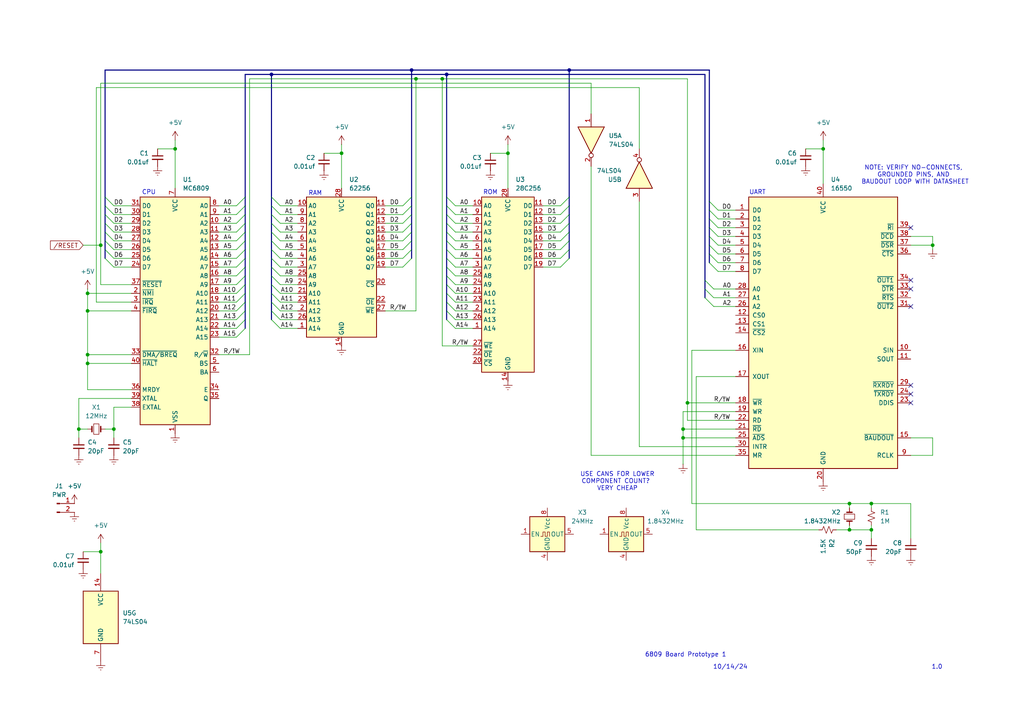
<source format=kicad_sch>
(kicad_sch (version 20231120) (generator "eeschema") (generator_version "8.0")
  (paper "A4")
  (lib_symbols
    (symbol "74xx:74LS04"
      (property "Reference" "U" (at 0 1.27 0))
      (property "Value" "74LS04" (at 0 -1.27 0))
      (symbol "74LS04_1_0"
        (pin input line (at -7.62 0 0) (length 3.81) (name "~") (number "1"))
        (pin output inverted (at 7.62 0 180) (length 3.81) (name "~") (number "2"))
      )
      (symbol "74LS04_2_0"
        (pin input line (at -7.62 0 0) (length 3.81) (name "~") (number "3"))
        (pin output inverted (at 7.62 0 180) (length 3.81) (name "~") (number "4"))
      )
      (symbol "74LS04_3_0"
        (pin input line (at -7.62 0 0) (length 3.81) (name "~") (number "5"))
        (pin output inverted (at 7.62 0 180) (length 3.81) (name "~") (number "6"))
      )
      (symbol "74LS04_4_0"
        (pin output inverted (at 7.62 0 180) (length 3.81) (name "~") (number "8"))
        (pin input line (at -7.62 0 0) (length 3.81) (name "~") (number "9"))
      )
      (symbol "74LS04_5_0"
        (pin output inverted (at 7.62 0 180) (length 3.81) (name "~") (number "10"))
        (pin input line (at -7.62 0 0) (length 3.81) (name "~") (number "11"))
      )
      (symbol "74LS04_6_0"
        (pin output inverted (at 7.62 0 180) (length 3.81) (name "~") (number "12"))
        (pin input line (at -7.62 0 0) (length 3.81) (name "~") (number "13"))
      )
      (symbol "74LS04_7_0"
        (pin power_in line (at 0 12.7 270) (length 5.08) (name "VCC") (number "14"))
        (pin power_in line (at 0 -12.7 90) (length 5.08) (name "GND") (number "7"))
      )
    )
    (symbol "CPU_NXP_6800:MC6809"
      (property "Reference" "U" (at -7.62 34.29 0))
      (property "Value" "MC6809" (at 10.16 34.29 0))
      (symbol "MC6809_1_1"
        (pin power_in line (at 0 -35.56 90) (length 2.54) (name "VSS") (number "1"))
        (pin output line (at 12.7 25.4 180) (length 2.54) (name "A2") (number "10"))
        (pin output line (at 12.7 22.86 180) (length 2.54) (name "A3") (number "11"))
        (pin output line (at 12.7 20.32 180) (length 2.54) (name "A4") (number "12"))
        (pin output line (at 12.7 17.78 180) (length 2.54) (name "A5") (number "13"))
        (pin output line (at 12.7 15.24 180) (length 2.54) (name "A6") (number "14"))
        (pin output line (at 12.7 12.7 180) (length 2.54) (name "A7") (number "15"))
        (pin output line (at 12.7 10.16 180) (length 2.54) (name "A8") (number "16"))
        (pin output line (at 12.7 7.62 180) (length 2.54) (name "A9") (number "17"))
        (pin output line (at 12.7 5.08 180) (length 2.54) (name "A10") (number "18"))
        (pin output line (at 12.7 2.54 180) (length 2.54) (name "A11") (number "19"))
        (pin input line (at -12.7 5.08 0) (length 2.54) (name "~{NMI}") (number "2"))
        (pin output line (at 12.7 0 180) (length 2.54) (name "A12") (number "20"))
        (pin output line (at 12.7 -2.54 180) (length 2.54) (name "A13") (number "21"))
        (pin output line (at 12.7 -5.08 180) (length 2.54) (name "A14") (number "22"))
        (pin output line (at 12.7 -7.62 180) (length 2.54) (name "A15") (number "23"))
        (pin bidirectional line (at -12.7 12.7 0) (length 2.54) (name "D7") (number "24"))
        (pin bidirectional line (at -12.7 15.24 0) (length 2.54) (name "D6") (number "25"))
        (pin bidirectional line (at -12.7 17.78 0) (length 2.54) (name "D5") (number "26"))
        (pin bidirectional line (at -12.7 20.32 0) (length 2.54) (name "D4") (number "27"))
        (pin bidirectional line (at -12.7 22.86 0) (length 2.54) (name "D3") (number "28"))
        (pin bidirectional line (at -12.7 25.4 0) (length 2.54) (name "D2") (number "29"))
        (pin input line (at -12.7 2.54 0) (length 2.54) (name "~{IRQ}") (number "3"))
        (pin bidirectional line (at -12.7 27.94 0) (length 2.54) (name "D1") (number "30"))
        (pin bidirectional line (at -12.7 30.48 0) (length 2.54) (name "D0") (number "31"))
        (pin output line (at 12.7 -12.7 180) (length 2.54) (name "R/~{W}") (number "32"))
        (pin input line (at -12.7 -12.7 0) (length 2.54) (name "~{DMA/BREQ}") (number "33"))
        (pin output line (at 12.7 -22.86 180) (length 2.54) (name "E") (number "34"))
        (pin output line (at 12.7 -25.4 180) (length 2.54) (name "Q") (number "35"))
        (pin input line (at -12.7 -22.86 0) (length 2.54) (name "MRDY") (number "36"))
        (pin input line (at -12.7 7.62 0) (length 2.54) (name "~{RESET}") (number "37"))
        (pin input line (at -12.7 -27.94 0) (length 2.54) (name "EXTAL") (number "38"))
        (pin input line (at -12.7 -25.4 0) (length 2.54) (name "XTAL") (number "39"))
        (pin input line (at -12.7 0 0) (length 2.54) (name "~{FIRQ}") (number "4"))
        (pin input line (at -12.7 -15.24 0) (length 2.54) (name "~{HALT}") (number "40"))
        (pin output line (at 12.7 -15.24 180) (length 2.54) (name "BS") (number "5"))
        (pin output line (at 12.7 -17.78 180) (length 2.54) (name "BA") (number "6"))
        (pin power_in line (at 0 35.56 270) (length 2.54) (name "VCC") (number "7"))
        (pin output line (at 12.7 30.48 180) (length 2.54) (name "A0") (number "8"))
        (pin output line (at 12.7 27.94 180) (length 2.54) (name "A1") (number "9"))
      )
    )
    (symbol "Connector:Conn_01x02_Pin" (pin_names (offset 1.016) hide)
      (property "Reference" "J" (at 0 2.54 0))
      (property "Value" "Conn_01x02_Pin" (at 0 -5.08 0))
      (symbol "Conn_01x02_Pin_1_1"
        (pin passive line (at 5.08 0 180) (length 3.81) (name "Pin_1") (number "1"))
        (pin passive line (at 5.08 -2.54 180) (length 3.81) (name "Pin_2") (number "2"))
      )
    )
    (symbol "Device:C_Small" (pin_numbers hide) (pin_names (offset 0.254) hide)
      (property "Reference" "C" (at 0.254 1.778 0))
      (property "Value" "C_Small" (at 0.254 -2.032 0))
      (symbol "C_Small_1_1"
        (pin passive line (at 0 2.54 270) (length 2.032) (name "~") (number "1"))
        (pin passive line (at 0 -2.54 90) (length 2.032) (name "~") (number "2"))
      )
    )
    (symbol "Device:Crystal_Small" (pin_numbers hide) (pin_names (offset 1.016) hide)
      (property "Reference" "Y" (at 0 2.54 0))
      (property "Value" "Crystal_Small" (at 0 -2.54 0))
      (symbol "Crystal_Small_1_1"
        (pin passive line (at -2.54 0 0) (length 1.27) (name "1") (number "1"))
        (pin passive line (at 2.54 0 180) (length 1.27) (name "2") (number "2"))
      )
    )
    (symbol "Device:R_Small_US" (pin_numbers hide) (pin_names (offset 0.254) hide)
      (property "Reference" "R" (at 0.762 0.508 0))
      (property "Value" "R_Small_US" (at 0.762 -1.016 0))
      (symbol "R_Small_US_1_1"
        (pin passive line (at 0 2.54 270) (length 1.016) (name "~") (number "1"))
        (pin passive line (at 0 -2.54 90) (length 1.016) (name "~") (number "2"))
      )
    )
    (symbol "Interface_UART:16550" (pin_names (offset 1.016))
      (property "Reference" "U" (at -21.59 40.64 0))
      (property "Value" "16550" (at 15.24 40.64 0))
      (symbol "16550_1_1"
        (pin bidirectional line (at -25.4 35.56 0) (length 3.81) (name "D0") (number "1"))
        (pin input line (at 25.4 -5.08 180) (length 3.81) (name "SIN") (number "10"))
        (pin output line (at 25.4 -7.62 180) (length 3.81) (name "SOUT") (number "11"))
        (pin input line (at -25.4 5.08 0) (length 3.81) (name "CS0") (number "12"))
        (pin input line (at -25.4 2.54 0) (length 3.81) (name "CS1") (number "13"))
        (pin input line (at -25.4 0 0) (length 3.81) (name "~{CS2}") (number "14"))
        (pin output line (at 25.4 -30.48 180) (length 3.81) (name "~{BAUDOUT}") (number "15"))
        (pin input line (at -25.4 -5.08 0) (length 3.81) (name "XIN") (number "16"))
        (pin output line (at -25.4 -12.7 0) (length 3.81) (name "XOUT") (number "17"))
        (pin input line (at -25.4 -20.32 0) (length 3.81) (name "~{WR}") (number "18"))
        (pin input line (at -25.4 -22.86 0) (length 3.81) (name "WR") (number "19"))
        (pin bidirectional line (at -25.4 33.02 0) (length 3.81) (name "D1") (number "2"))
        (pin power_in line (at 0 -43.18 90) (length 3.81) (name "GND") (number "20"))
        (pin input line (at -25.4 -27.94 0) (length 3.81) (name "~{RD}") (number "21"))
        (pin input line (at -25.4 -25.4 0) (length 3.81) (name "RD") (number "22"))
        (pin output line (at 25.4 -20.32 180) (length 3.81) (name "DDIS") (number "23"))
        (pin output line (at 25.4 -17.78 180) (length 3.81) (name "~{TXRDY}") (number "24"))
        (pin input line (at -25.4 -30.48 0) (length 3.81) (name "~{ADS}") (number "25"))
        (pin input line (at -25.4 7.62 0) (length 3.81) (name "A2") (number "26"))
        (pin input line (at -25.4 10.16 0) (length 3.81) (name "A1") (number "27"))
        (pin input line (at -25.4 12.7 0) (length 3.81) (name "A0") (number "28"))
        (pin output line (at 25.4 -15.24 180) (length 3.81) (name "~{RXRDY}") (number "29"))
        (pin bidirectional line (at -25.4 30.48 0) (length 3.81) (name "D2") (number "3"))
        (pin output line (at -25.4 -33.02 0) (length 3.81) (name "INTR") (number "30"))
        (pin output line (at 25.4 7.62 180) (length 3.81) (name "~{OUT2}") (number "31"))
        (pin output line (at 25.4 10.16 180) (length 3.81) (name "~{RTS}") (number "32"))
        (pin output line (at 25.4 12.7 180) (length 3.81) (name "~{DTR}") (number "33"))
        (pin output line (at 25.4 15.24 180) (length 3.81) (name "~{OUT1}") (number "34"))
        (pin input line (at -25.4 -35.56 0) (length 3.81) (name "MR") (number "35"))
        (pin input line (at 25.4 22.86 180) (length 3.81) (name "~{CTS}") (number "36"))
        (pin input line (at 25.4 25.4 180) (length 3.81) (name "~{DSR}") (number "37"))
        (pin input line (at 25.4 27.94 180) (length 3.81) (name "~{DCD}") (number "38"))
        (pin input line (at 25.4 30.48 180) (length 3.81) (name "~{RI}") (number "39"))
        (pin bidirectional line (at -25.4 27.94 0) (length 3.81) (name "D3") (number "4"))
        (pin power_in line (at 0 43.18 270) (length 3.81) (name "VCC") (number "40"))
        (pin bidirectional line (at -25.4 25.4 0) (length 3.81) (name "D4") (number "5"))
        (pin bidirectional line (at -25.4 22.86 0) (length 3.81) (name "D5") (number "6"))
        (pin bidirectional line (at -25.4 20.32 0) (length 3.81) (name "D6") (number "7"))
        (pin bidirectional line (at -25.4 17.78 0) (length 3.81) (name "D7") (number "8"))
        (pin input line (at 25.4 -35.56 180) (length 3.81) (name "RCLK") (number "9"))
      )
    )
    (symbol "Memory_EEPROM:28C256"
      (property "Reference" "U" (at -7.62 26.67 0))
      (property "Value" "28C256" (at 2.54 -26.67 0))
      (symbol "28C256_1_1"
        (pin input line (at -10.16 -12.7 0) (length 2.54) (name "A14") (number "1"))
        (pin input line (at -10.16 22.86 0) (length 2.54) (name "A0") (number "10"))
        (pin tri_state line (at 10.16 22.86 180) (length 2.54) (name "D0") (number "11"))
        (pin tri_state line (at 10.16 20.32 180) (length 2.54) (name "D1") (number "12"))
        (pin tri_state line (at 10.16 17.78 180) (length 2.54) (name "D2") (number "13"))
        (pin power_in line (at 0 -27.94 90) (length 2.54) (name "GND") (number "14"))
        (pin tri_state line (at 10.16 15.24 180) (length 2.54) (name "D3") (number "15"))
        (pin tri_state line (at 10.16 12.7 180) (length 2.54) (name "D4") (number "16"))
        (pin tri_state line (at 10.16 10.16 180) (length 2.54) (name "D5") (number "17"))
        (pin tri_state line (at 10.16 7.62 180) (length 2.54) (name "D6") (number "18"))
        (pin tri_state line (at 10.16 5.08 180) (length 2.54) (name "D7") (number "19"))
        (pin input line (at -10.16 -7.62 0) (length 2.54) (name "A12") (number "2"))
        (pin input line (at -10.16 -22.86 0) (length 2.54) (name "~{CS}") (number "20"))
        (pin input line (at -10.16 -2.54 0) (length 2.54) (name "A10") (number "21"))
        (pin input line (at -10.16 -20.32 0) (length 2.54) (name "~{OE}") (number "22"))
        (pin input line (at -10.16 -5.08 0) (length 2.54) (name "A11") (number "23"))
        (pin input line (at -10.16 0 0) (length 2.54) (name "A9") (number "24"))
        (pin input line (at -10.16 2.54 0) (length 2.54) (name "A8") (number "25"))
        (pin input line (at -10.16 -10.16 0) (length 2.54) (name "A13") (number "26"))
        (pin input line (at -10.16 -17.78 0) (length 2.54) (name "~{WE}") (number "27"))
        (pin power_in line (at 0 27.94 270) (length 2.54) (name "VCC") (number "28"))
        (pin input line (at -10.16 5.08 0) (length 2.54) (name "A7") (number "3"))
        (pin input line (at -10.16 7.62 0) (length 2.54) (name "A6") (number "4"))
        (pin input line (at -10.16 10.16 0) (length 2.54) (name "A5") (number "5"))
        (pin input line (at -10.16 12.7 0) (length 2.54) (name "A4") (number "6"))
        (pin input line (at -10.16 15.24 0) (length 2.54) (name "A3") (number "7"))
        (pin input line (at -10.16 17.78 0) (length 2.54) (name "A2") (number "8"))
        (pin input line (at -10.16 20.32 0) (length 2.54) (name "A1") (number "9"))
      )
    )
    (symbol "Memory_RAM:KM62256CLP"
      (property "Reference" "U" (at -10.16 20.955 0))
      (property "Value" "KM62256CLP" (at 2.54 20.955 0))
      (symbol "KM62256CLP_0_0"
        (pin power_in line (at 0 -22.86 90) (length 2.54) (name "GND") (number "14"))
        (pin power_in line (at 0 22.86 270) (length 2.54) (name "VCC") (number "28"))
      )
      (symbol "KM62256CLP_1_1"
        (pin input line (at -12.7 -17.78 0) (length 2.54) (name "A14") (number "1"))
        (pin input line (at -12.7 17.78 0) (length 2.54) (name "A0") (number "10"))
        (pin tri_state line (at 12.7 17.78 180) (length 2.54) (name "Q0") (number "11"))
        (pin tri_state line (at 12.7 15.24 180) (length 2.54) (name "Q1") (number "12"))
        (pin tri_state line (at 12.7 12.7 180) (length 2.54) (name "Q2") (number "13"))
        (pin tri_state line (at 12.7 10.16 180) (length 2.54) (name "Q3") (number "15"))
        (pin tri_state line (at 12.7 7.62 180) (length 2.54) (name "Q4") (number "16"))
        (pin tri_state line (at 12.7 5.08 180) (length 2.54) (name "Q5") (number "17"))
        (pin tri_state line (at 12.7 2.54 180) (length 2.54) (name "Q6") (number "18"))
        (pin tri_state line (at 12.7 0 180) (length 2.54) (name "Q7") (number "19"))
        (pin input line (at -12.7 -12.7 0) (length 2.54) (name "A12") (number "2"))
        (pin input line (at 12.7 -5.08 180) (length 2.54) (name "~{CS}") (number "20"))
        (pin input line (at -12.7 -7.62 0) (length 2.54) (name "A10") (number "21"))
        (pin input line (at 12.7 -10.16 180) (length 2.54) (name "~{OE}") (number "22"))
        (pin input line (at -12.7 -10.16 0) (length 2.54) (name "A11") (number "23"))
        (pin input line (at -12.7 -5.08 0) (length 2.54) (name "A9") (number "24"))
        (pin input line (at -12.7 -2.54 0) (length 2.54) (name "A8") (number "25"))
        (pin input line (at -12.7 -15.24 0) (length 2.54) (name "A13") (number "26"))
        (pin input line (at 12.7 -12.7 180) (length 2.54) (name "~{WE}") (number "27"))
        (pin input line (at -12.7 0 0) (length 2.54) (name "A7") (number "3"))
        (pin input line (at -12.7 2.54 0) (length 2.54) (name "A6") (number "4"))
        (pin input line (at -12.7 5.08 0) (length 2.54) (name "A5") (number "5"))
        (pin input line (at -12.7 7.62 0) (length 2.54) (name "A4") (number "6"))
        (pin input line (at -12.7 10.16 0) (length 2.54) (name "A3") (number "7"))
        (pin input line (at -12.7 12.7 0) (length 2.54) (name "A2") (number "8"))
        (pin input line (at -12.7 15.24 0) (length 2.54) (name "A1") (number "9"))
      )
    )
    (symbol "Oscillator:CXO_DIP8" (pin_names (offset 0.254))
      (property "Reference" "X" (at -5.08 6.35 0))
      (property "Value" "CXO_DIP8" (at 1.27 -6.35 0))
      (symbol "CXO_DIP8_1_1"
        (pin input line (at -7.62 0 0) (length 2.54) (name "EN") (number "1"))
        (pin power_in line (at 0 -7.62 90) (length 2.54) (name "GND") (number "4"))
        (pin output line (at 7.62 0 180) (length 2.54) (name "OUT") (number "5"))
        (pin power_in line (at 0 7.62 270) (length 2.54) (name "Vcc") (number "8"))
      )
    )
    (symbol "power:+5V" (power) (pin_numbers hide) (pin_names (offset 0) hide)
      (property "Value" "+5V" (at 0 3.556 0))
      (symbol "+5V_1_1"
        (pin power_in line (at 0 0 90) (length 0) (name "~") (number "1"))
      )
    )
    (symbol "power:GNDREF" (power) (pin_numbers hide) (pin_names (offset 0) hide)
      (property "Value" "GNDREF" (at 0 -3.81 0))
      (symbol "GNDREF_1_1"
        (pin power_in line (at 0 0 270) (length 0) (name "~") (number "1"))
      )
    )
  )
  (junction (at 147.32 44.45))
  (junction (at 78.74 21.59))
  (junction (at 99.06 44.45))
  (junction (at 25.4 105.41))
  (junction (at 25.4 90.17))
  (junction (at 252.73 146.05))
  (junction (at 25.4 102.87))
  (junction (at 238.76 43.18))
  (junction (at 120.65 22.86))
  (junction (at 33.02 124.46))
  (junction (at 199.39 116.84))
  (junction (at 246.38 153.67))
  (junction (at 128.27 22.86))
  (junction (at 129.54 21.59))
  (junction (at 22.86 124.46))
  (junction (at 165.1 20.32))
  (junction (at 198.12 127))
  (junction (at 29.21 71.12))
  (junction (at 50.8 43.18))
  (junction (at 119.38 20.32))
  (junction (at 246.38 146.05))
  (junction (at 270.51 71.12))
  (junction (at 29.21 160.02))
  (junction (at 252.73 153.67))
  (junction (at 25.4 85.09))
  (junction (at 198.12 124.46))
  (no_connect (at 264.16 88.9))
  (no_connect (at 264.16 83.82))
  (no_connect (at 264.16 111.76))
  (no_connect (at 264.16 66.04))
  (no_connect (at 264.16 81.28))
  (no_connect (at 264.16 116.84))
  (no_connect (at 264.16 114.3))
  (bus_entry (at 71.12 87.63) (size -2.54 2.54))
  (bus_entry (at 204.47 81.28) (size 2.54 2.54))
  (bus_entry (at 205.74 60.96) (size 2.54 2.54))
  (bus_entry (at 165.1 69.85) (size -2.54 2.54))
  (bus_entry (at 205.74 68.58) (size 2.54 2.54))
  (bus_entry (at 71.12 74.93) (size -2.54 2.54))
  (bus_entry (at 78.74 57.15) (size 2.54 2.54))
  (bus_entry (at 71.12 77.47) (size -2.54 2.54))
  (bus_entry (at 129.54 57.15) (size 2.54 2.54))
  (bus_entry (at 71.12 72.39) (size -2.54 2.54))
  (bus_entry (at 205.74 73.66) (size 2.54 2.54))
  (bus_entry (at 30.48 59.69) (size 2.54 2.54))
  (bus_entry (at 78.74 62.23) (size 2.54 2.54))
  (bus_entry (at 71.12 82.55) (size -2.54 2.54))
  (bus_entry (at 129.54 74.93) (size 2.54 2.54))
  (bus_entry (at 205.74 66.04) (size 2.54 2.54))
  (bus_entry (at 119.38 69.85) (size -2.54 2.54))
  (bus_entry (at 30.48 74.93) (size 2.54 2.54))
  (bus_entry (at 165.1 59.69) (size -2.54 2.54))
  (bus_entry (at 71.12 67.31) (size -2.54 2.54))
  (bus_entry (at 30.48 69.85) (size 2.54 2.54))
  (bus_entry (at 71.12 92.71) (size -2.54 2.54))
  (bus_entry (at 119.38 62.23) (size -2.54 2.54))
  (bus_entry (at 78.74 77.47) (size 2.54 2.54))
  (bus_entry (at 129.54 80.01) (size 2.54 2.54))
  (bus_entry (at 129.54 59.69) (size 2.54 2.54))
  (bus_entry (at 78.74 80.01) (size 2.54 2.54))
  (bus_entry (at 205.74 71.12) (size 2.54 2.54))
  (bus_entry (at 205.74 76.2) (size 2.54 2.54))
  (bus_entry (at 78.74 59.69) (size 2.54 2.54))
  (bus_entry (at 204.47 86.36) (size 2.54 2.54))
  (bus_entry (at 78.74 72.39) (size 2.54 2.54))
  (bus_entry (at 30.48 67.31) (size 2.54 2.54))
  (bus_entry (at 165.1 62.23) (size -2.54 2.54))
  (bus_entry (at 129.54 92.71) (size 2.54 2.54))
  (bus_entry (at 129.54 87.63) (size 2.54 2.54))
  (bus_entry (at 71.12 59.69) (size -2.54 2.54))
  (bus_entry (at 78.74 90.17) (size 2.54 2.54))
  (bus_entry (at 205.74 63.5) (size 2.54 2.54))
  (bus_entry (at 119.38 72.39) (size -2.54 2.54))
  (bus_entry (at 165.1 57.15) (size -2.54 2.54))
  (bus_entry (at 165.1 74.93) (size -2.54 2.54))
  (bus_entry (at 78.74 64.77) (size 2.54 2.54))
  (bus_entry (at 165.1 64.77) (size -2.54 2.54))
  (bus_entry (at 129.54 67.31) (size 2.54 2.54))
  (bus_entry (at 119.38 57.15) (size -2.54 2.54))
  (bus_entry (at 205.74 58.42) (size 2.54 2.54))
  (bus_entry (at 78.74 87.63) (size 2.54 2.54))
  (bus_entry (at 71.12 90.17) (size -2.54 2.54))
  (bus_entry (at 129.54 82.55) (size 2.54 2.54))
  (bus_entry (at 129.54 64.77) (size 2.54 2.54))
  (bus_entry (at 129.54 62.23) (size 2.54 2.54))
  (bus_entry (at 119.38 74.93) (size -2.54 2.54))
  (bus_entry (at 78.74 67.31) (size 2.54 2.54))
  (bus_entry (at 71.12 69.85) (size -2.54 2.54))
  (bus_entry (at 71.12 80.01) (size -2.54 2.54))
  (bus_entry (at 71.12 64.77) (size -2.54 2.54))
  (bus_entry (at 129.54 69.85) (size 2.54 2.54))
  (bus_entry (at 129.54 90.17) (size 2.54 2.54))
  (bus_entry (at 71.12 62.23) (size -2.54 2.54))
  (bus_entry (at 129.54 77.47) (size 2.54 2.54))
  (bus_entry (at 30.48 62.23) (size 2.54 2.54))
  (bus_entry (at 71.12 57.15) (size -2.54 2.54))
  (bus_entry (at 30.48 64.77) (size 2.54 2.54))
  (bus_entry (at 165.1 67.31) (size -2.54 2.54))
  (bus_entry (at 204.47 83.82) (size 2.54 2.54))
  (bus_entry (at 30.48 72.39) (size 2.54 2.54))
  (bus_entry (at 119.38 64.77) (size -2.54 2.54))
  (bus_entry (at 119.38 67.31) (size -2.54 2.54))
  (bus_entry (at 78.74 85.09) (size 2.54 2.54))
  (bus_entry (at 129.54 72.39) (size 2.54 2.54))
  (bus_entry (at 129.54 85.09) (size 2.54 2.54))
  (bus_entry (at 78.74 69.85) (size 2.54 2.54))
  (bus_entry (at 30.48 57.15) (size 2.54 2.54))
  (bus_entry (at 78.74 82.55) (size 2.54 2.54))
  (bus_entry (at 165.1 72.39) (size -2.54 2.54))
  (bus_entry (at 78.74 74.93) (size 2.54 2.54))
  (bus_entry (at 119.38 59.69) (size -2.54 2.54))
  (bus_entry (at 71.12 85.09) (size -2.54 2.54))
  (bus_entry (at 71.12 95.25) (size -2.54 2.54))
  (bus_entry (at 78.74 92.71) (size 2.54 2.54))
  (bus (pts (xy 71.12 82.55) (xy 71.12 85.09)))
  (wire (pts (xy 33.02 77.47) (xy 38.1 77.47)))
  (bus (pts (xy 78.74 74.93) (xy 78.74 77.47)))
  (bus (pts (xy 119.38 20.32) (xy 165.1 20.32)))
  (wire (pts (xy 198.12 127) (xy 198.12 134.62)))
  (wire (pts (xy 25.4 90.17) (xy 38.1 90.17)))
  (wire (pts (xy 185.42 58.42) (xy 185.42 129.54)))
  (wire (pts (xy 132.08 67.31) (xy 137.16 67.31)))
  (wire (pts (xy 63.5 102.87) (xy 72.39 102.87)))
  (wire (pts (xy 81.28 85.09) (xy 86.36 85.09)))
  (wire (pts (xy 33.02 64.77) (xy 38.1 64.77)))
  (wire (pts (xy 68.58 74.93) (xy 63.5 74.93)))
  (bus (pts (xy 205.74 71.12) (xy 205.74 73.66)))
  (bus (pts (xy 204.47 81.28) (xy 204.47 83.82)))
  (bus (pts (xy 165.1 69.85) (xy 165.1 72.39)))
  (wire (pts (xy 252.73 152.4) (xy 252.73 153.67)))
  (wire (pts (xy 198.12 124.46) (xy 198.12 127)))
  (bus (pts (xy 71.12 59.69) (xy 71.12 62.23)))
  (wire (pts (xy 238.76 43.18) (xy 238.76 40.64)))
  (wire (pts (xy 30.48 124.46) (xy 33.02 124.46)))
  (wire (pts (xy 208.28 78.74) (xy 213.36 78.74)))
  (wire (pts (xy 132.08 80.01) (xy 137.16 80.01)))
  (wire (pts (xy 198.12 119.38) (xy 213.36 119.38)))
  (wire (pts (xy 185.42 129.54) (xy 213.36 129.54)))
  (wire (pts (xy 99.06 44.45) (xy 99.06 54.61)))
  (wire (pts (xy 246.38 146.05) (xy 246.38 147.32)))
  (wire (pts (xy 116.84 69.85) (xy 111.76 69.85)))
  (wire (pts (xy 25.4 83.82) (xy 25.4 85.09)))
  (wire (pts (xy 81.28 95.25) (xy 86.36 95.25)))
  (wire (pts (xy 132.08 64.77) (xy 137.16 64.77)))
  (wire (pts (xy 68.58 82.55) (xy 63.5 82.55)))
  (bus (pts (xy 78.74 82.55) (xy 78.74 85.09)))
  (wire (pts (xy 24.13 160.02) (xy 29.21 160.02)))
  (wire (pts (xy 252.73 146.05) (xy 252.73 147.32)))
  (wire (pts (xy 33.02 124.46) (xy 33.02 127)))
  (wire (pts (xy 50.8 43.18) (xy 50.8 40.64)))
  (bus (pts (xy 71.12 90.17) (xy 71.12 92.71)))
  (bus (pts (xy 78.74 21.59) (xy 78.74 57.15)))
  (wire (pts (xy 162.56 72.39) (xy 157.48 72.39)))
  (wire (pts (xy 201.93 153.67) (xy 237.49 153.67)))
  (wire (pts (xy 29.21 82.55) (xy 38.1 82.55)))
  (wire (pts (xy 33.02 124.46) (xy 33.02 118.11)))
  (wire (pts (xy 111.76 90.17) (xy 120.65 90.17)))
  (wire (pts (xy 132.08 77.47) (xy 137.16 77.47)))
  (bus (pts (xy 71.12 67.31) (xy 71.12 69.85)))
  (wire (pts (xy 116.84 64.77) (xy 111.76 64.77)))
  (wire (pts (xy 29.21 24.13) (xy 29.21 71.12)))
  (wire (pts (xy 68.58 97.79) (xy 63.5 97.79)))
  (wire (pts (xy 233.68 43.18) (xy 238.76 43.18)))
  (wire (pts (xy 208.28 73.66) (xy 213.36 73.66)))
  (bus (pts (xy 129.54 72.39) (xy 129.54 74.93)))
  (wire (pts (xy 33.02 59.69) (xy 38.1 59.69)))
  (wire (pts (xy 99.06 44.45) (xy 99.06 41.91)))
  (bus (pts (xy 205.74 58.42) (xy 205.74 60.96)))
  (wire (pts (xy 22.86 115.57) (xy 22.86 124.46)))
  (bus (pts (xy 165.1 62.23) (xy 165.1 64.77)))
  (wire (pts (xy 171.45 48.26) (xy 171.45 132.08)))
  (wire (pts (xy 81.28 90.17) (xy 86.36 90.17)))
  (bus (pts (xy 165.1 67.31) (xy 165.1 69.85)))
  (bus (pts (xy 119.38 69.85) (xy 119.38 72.39)))
  (bus (pts (xy 78.74 57.15) (xy 78.74 59.69)))
  (wire (pts (xy 132.08 82.55) (xy 137.16 82.55)))
  (wire (pts (xy 81.28 62.23) (xy 86.36 62.23)))
  (wire (pts (xy 208.28 71.12) (xy 213.36 71.12)))
  (wire (pts (xy 198.12 119.38) (xy 198.12 124.46)))
  (wire (pts (xy 38.1 115.57) (xy 22.86 115.57)))
  (wire (pts (xy 208.28 68.58) (xy 213.36 68.58)))
  (bus (pts (xy 129.54 85.09) (xy 129.54 87.63)))
  (wire (pts (xy 199.39 22.86) (xy 199.39 116.84)))
  (wire (pts (xy 213.36 116.84) (xy 199.39 116.84)))
  (bus (pts (xy 71.12 87.63) (xy 71.12 90.17)))
  (wire (pts (xy 38.1 113.03) (xy 25.4 113.03)))
  (wire (pts (xy 33.02 74.93) (xy 38.1 74.93)))
  (wire (pts (xy 25.4 105.41) (xy 38.1 105.41)))
  (wire (pts (xy 185.42 25.4) (xy 185.42 43.18)))
  (wire (pts (xy 72.39 22.86) (xy 72.39 102.87)))
  (bus (pts (xy 205.74 20.32) (xy 165.1 20.32)))
  (wire (pts (xy 162.56 74.93) (xy 157.48 74.93)))
  (bus (pts (xy 129.54 64.77) (xy 129.54 67.31)))
  (wire (pts (xy 208.28 63.5) (xy 213.36 63.5)))
  (wire (pts (xy 270.51 72.39) (xy 270.51 71.12)))
  (wire (pts (xy 50.8 54.61) (xy 50.8 43.18)))
  (bus (pts (xy 71.12 72.39) (xy 71.12 74.93)))
  (bus (pts (xy 30.48 69.85) (xy 30.48 72.39)))
  (wire (pts (xy 72.39 22.86) (xy 120.65 22.86)))
  (wire (pts (xy 171.45 132.08) (xy 213.36 132.08)))
  (bus (pts (xy 205.74 73.66) (xy 205.74 76.2)))
  (wire (pts (xy 68.58 92.71) (xy 63.5 92.71)))
  (wire (pts (xy 81.28 64.77) (xy 86.36 64.77)))
  (bus (pts (xy 165.1 57.15) (xy 165.1 59.69)))
  (bus (pts (xy 78.74 72.39) (xy 78.74 74.93)))
  (bus (pts (xy 71.12 74.93) (xy 71.12 77.47)))
  (wire (pts (xy 270.51 68.58) (xy 270.51 71.12)))
  (wire (pts (xy 68.58 85.09) (xy 63.5 85.09)))
  (wire (pts (xy 208.28 76.2) (xy 213.36 76.2)))
  (wire (pts (xy 24.13 71.12) (xy 29.21 71.12)))
  (bus (pts (xy 78.74 62.23) (xy 78.74 64.77)))
  (wire (pts (xy 29.21 160.02) (xy 29.21 157.48)))
  (wire (pts (xy 207.01 86.36) (xy 213.36 86.36)))
  (wire (pts (xy 200.66 146.05) (xy 246.38 146.05)))
  (bus (pts (xy 78.74 80.01) (xy 78.74 82.55)))
  (wire (pts (xy 199.39 116.84) (xy 199.39 121.92)))
  (wire (pts (xy 147.32 44.45) (xy 147.32 41.91)))
  (wire (pts (xy 81.28 69.85) (xy 86.36 69.85)))
  (wire (pts (xy 128.27 100.33) (xy 128.27 22.86)))
  (wire (pts (xy 132.08 62.23) (xy 137.16 62.23)))
  (bus (pts (xy 78.74 85.09) (xy 78.74 87.63)))
  (wire (pts (xy 162.56 62.23) (xy 157.48 62.23)))
  (wire (pts (xy 199.39 121.92) (xy 213.36 121.92)))
  (wire (pts (xy 207.01 88.9) (xy 213.36 88.9)))
  (bus (pts (xy 30.48 72.39) (xy 30.48 74.93)))
  (wire (pts (xy 68.58 77.47) (xy 63.5 77.47)))
  (bus (pts (xy 119.38 67.31) (xy 119.38 69.85)))
  (wire (pts (xy 208.28 66.04) (xy 213.36 66.04)))
  (wire (pts (xy 68.58 62.23) (xy 63.5 62.23)))
  (bus (pts (xy 78.74 69.85) (xy 78.74 72.39)))
  (wire (pts (xy 270.51 127) (xy 270.51 132.08)))
  (wire (pts (xy 132.08 59.69) (xy 137.16 59.69)))
  (bus (pts (xy 30.48 20.32) (xy 30.48 57.15)))
  (bus (pts (xy 129.54 69.85) (xy 129.54 72.39)))
  (wire (pts (xy 81.28 82.55) (xy 86.36 82.55)))
  (wire (pts (xy 81.28 80.01) (xy 86.36 80.01)))
  (bus (pts (xy 78.74 77.47) (xy 78.74 80.01)))
  (wire (pts (xy 128.27 22.86) (xy 120.65 22.86)))
  (wire (pts (xy 22.86 124.46) (xy 25.4 124.46)))
  (wire (pts (xy 246.38 152.4) (xy 246.38 153.67)))
  (bus (pts (xy 204.47 21.59) (xy 204.47 81.28)))
  (bus (pts (xy 205.74 63.5) (xy 205.74 66.04)))
  (wire (pts (xy 116.84 67.31) (xy 111.76 67.31)))
  (wire (pts (xy 162.56 64.77) (xy 157.48 64.77)))
  (wire (pts (xy 132.08 92.71) (xy 137.16 92.71)))
  (wire (pts (xy 116.84 72.39) (xy 111.76 72.39)))
  (wire (pts (xy 200.66 101.6) (xy 200.66 146.05)))
  (wire (pts (xy 147.32 44.45) (xy 147.32 54.61)))
  (wire (pts (xy 238.76 43.18) (xy 238.76 53.34)))
  (wire (pts (xy 132.08 72.39) (xy 137.16 72.39)))
  (bus (pts (xy 78.74 87.63) (xy 78.74 90.17)))
  (bus (pts (xy 119.38 62.23) (xy 119.38 64.77)))
  (wire (pts (xy 25.4 85.09) (xy 38.1 85.09)))
  (wire (pts (xy 29.21 24.13) (xy 171.45 24.13)))
  (bus (pts (xy 71.12 64.77) (xy 71.12 67.31)))
  (bus (pts (xy 205.74 60.96) (xy 205.74 63.5)))
  (bus (pts (xy 129.54 59.69) (xy 129.54 62.23)))
  (bus (pts (xy 119.38 64.77) (xy 119.38 67.31)))
  (bus (pts (xy 78.74 64.77) (xy 78.74 67.31)))
  (bus (pts (xy 119.38 57.15) (xy 119.38 59.69)))
  (wire (pts (xy 242.57 153.67) (xy 246.38 153.67)))
  (bus (pts (xy 78.74 67.31) (xy 78.74 69.85)))
  (wire (pts (xy 132.08 69.85) (xy 137.16 69.85)))
  (bus (pts (xy 165.1 64.77) (xy 165.1 67.31)))
  (wire (pts (xy 45.72 43.18) (xy 50.8 43.18)))
  (wire (pts (xy 162.56 67.31) (xy 157.48 67.31)))
  (wire (pts (xy 201.93 109.22) (xy 213.36 109.22)))
  (bus (pts (xy 205.74 20.32) (xy 205.74 58.42)))
  (bus (pts (xy 71.12 62.23) (xy 71.12 64.77)))
  (wire (pts (xy 132.08 87.63) (xy 137.16 87.63)))
  (bus (pts (xy 165.1 72.39) (xy 165.1 74.93)))
  (wire (pts (xy 81.28 59.69) (xy 86.36 59.69)))
  (bus (pts (xy 78.74 59.69) (xy 78.74 62.23)))
  (bus (pts (xy 204.47 83.82) (xy 204.47 86.36)))
  (bus (pts (xy 71.12 80.01) (xy 71.12 82.55)))
  (wire (pts (xy 33.02 62.23) (xy 38.1 62.23)))
  (wire (pts (xy 81.28 87.63) (xy 86.36 87.63)))
  (wire (pts (xy 81.28 67.31) (xy 86.36 67.31)))
  (bus (pts (xy 129.54 77.47) (xy 129.54 80.01)))
  (bus (pts (xy 165.1 59.69) (xy 165.1 62.23)))
  (bus (pts (xy 129.54 90.17) (xy 129.54 92.71)))
  (wire (pts (xy 207.01 83.82) (xy 213.36 83.82)))
  (wire (pts (xy 25.4 102.87) (xy 25.4 90.17)))
  (bus (pts (xy 119.38 20.32) (xy 119.38 57.15)))
  (wire (pts (xy 22.86 124.46) (xy 22.86 127)))
  (wire (pts (xy 116.84 62.23) (xy 111.76 62.23)))
  (bus (pts (xy 30.48 62.23) (xy 30.48 64.77)))
  (wire (pts (xy 198.12 127) (xy 213.36 127)))
  (wire (pts (xy 116.84 77.47) (xy 111.76 77.47)))
  (wire (pts (xy 25.4 105.41) (xy 25.4 102.87)))
  (bus (pts (xy 129.54 80.01) (xy 129.54 82.55)))
  (bus (pts (xy 129.54 67.31) (xy 129.54 69.85)))
  (wire (pts (xy 81.28 74.93) (xy 86.36 74.93)))
  (wire (pts (xy 81.28 92.71) (xy 86.36 92.71)))
  (bus (pts (xy 129.54 82.55) (xy 129.54 85.09)))
  (wire (pts (xy 68.58 72.39) (xy 63.5 72.39)))
  (wire (pts (xy 120.65 22.86) (xy 120.65 90.17)))
  (bus (pts (xy 119.38 72.39) (xy 119.38 74.93)))
  (wire (pts (xy 200.66 101.6) (xy 213.36 101.6)))
  (wire (pts (xy 25.4 85.09) (xy 25.4 90.17)))
  (wire (pts (xy 68.58 87.63) (xy 63.5 87.63)))
  (wire (pts (xy 171.45 24.13) (xy 171.45 33.02)))
  (wire (pts (xy 128.27 100.33) (xy 137.16 100.33)))
  (wire (pts (xy 213.36 60.96) (xy 208.28 60.96)))
  (wire (pts (xy 25.4 113.03) (xy 25.4 105.41)))
  (wire (pts (xy 111.76 59.69) (xy 116.84 59.69)))
  (wire (pts (xy 128.27 22.86) (xy 199.39 22.86)))
  (wire (pts (xy 81.28 72.39) (xy 86.36 72.39)))
  (wire (pts (xy 33.02 118.11) (xy 38.1 118.11)))
  (wire (pts (xy 252.73 156.21) (xy 252.73 153.67)))
  (bus (pts (xy 71.12 57.15) (xy 71.12 21.59)))
  (wire (pts (xy 142.24 44.45) (xy 147.32 44.45)))
  (bus (pts (xy 71.12 57.15) (xy 71.12 59.69)))
  (wire (pts (xy 116.84 74.93) (xy 111.76 74.93)))
  (bus (pts (xy 129.54 21.59) (xy 204.47 21.59)))
  (wire (pts (xy 132.08 95.25) (xy 137.16 95.25)))
  (wire (pts (xy 68.58 59.69) (xy 63.5 59.69)))
  (wire (pts (xy 132.08 85.09) (xy 137.16 85.09)))
  (bus (pts (xy 30.48 59.69) (xy 30.48 62.23)))
  (wire (pts (xy 33.02 67.31) (xy 38.1 67.31)))
  (wire (pts (xy 201.93 109.22) (xy 201.93 153.67)))
  (bus (pts (xy 78.74 21.59) (xy 129.54 21.59)))
  (wire (pts (xy 33.02 69.85) (xy 38.1 69.85)))
  (bus (pts (xy 30.48 20.32) (xy 119.38 20.32)))
  (wire (pts (xy 93.98 44.45) (xy 99.06 44.45)))
  (wire (pts (xy 162.56 69.85) (xy 157.48 69.85)))
  (bus (pts (xy 205.74 68.58) (xy 205.74 71.12)))
  (wire (pts (xy 68.58 69.85) (xy 63.5 69.85)))
  (bus (pts (xy 71.12 21.59) (xy 78.74 21.59)))
  (bus (pts (xy 71.12 92.71) (xy 71.12 95.25)))
  (wire (pts (xy 38.1 87.63) (xy 27.94 87.63)))
  (bus (pts (xy 78.74 90.17) (xy 78.74 92.71)))
  (bus (pts (xy 165.1 20.32) (xy 165.1 57.15)))
  (bus (pts (xy 129.54 57.15) (xy 129.54 59.69)))
  (wire (pts (xy 264.16 132.08) (xy 270.51 132.08)))
  (bus (pts (xy 71.12 69.85) (xy 71.12 72.39)))
  (wire (pts (xy 246.38 146.05) (xy 252.73 146.05)))
  (wire (pts (xy 162.56 59.69) (xy 157.48 59.69)))
  (wire (pts (xy 68.58 90.17) (xy 63.5 90.17)))
  (wire (pts (xy 198.12 124.46) (xy 213.36 124.46)))
  (wire (pts (xy 246.38 153.67) (xy 252.73 153.67)))
  (bus (pts (xy 119.38 59.69) (xy 119.38 62.23)))
  (bus (pts (xy 30.48 64.77) (xy 30.48 67.31)))
  (wire (pts (xy 33.02 72.39) (xy 38.1 72.39)))
  (bus (pts (xy 30.48 57.15) (xy 30.48 59.69)))
  (wire (pts (xy 132.08 90.17) (xy 137.16 90.17)))
  (bus (pts (xy 71.12 85.09) (xy 71.12 87.63)))
  (wire (pts (xy 27.94 25.4) (xy 185.42 25.4)))
  (wire (pts (xy 68.58 80.01) (xy 63.5 80.01)))
  (bus (pts (xy 205.74 66.04) (xy 205.74 68.58)))
  (wire (pts (xy 162.56 77.47) (xy 157.48 77.47)))
  (wire (pts (xy 81.28 77.47) (xy 86.36 77.47)))
  (wire (pts (xy 264.16 146.05) (xy 264.16 156.21)))
  (wire (pts (xy 68.58 95.25) (xy 63.5 95.25)))
  (wire (pts (xy 264.16 68.58) (xy 270.51 68.58)))
  (bus (pts (xy 129.54 87.63) (xy 129.54 90.17)))
  (bus (pts (xy 129.54 21.59) (xy 129.54 57.15)))
  (wire (pts (xy 29.21 71.12) (xy 29.21 82.55)))
  (wire (pts (xy 68.58 67.31) (xy 63.5 67.31)))
  (wire (pts (xy 264.16 127) (xy 270.51 127)))
  (wire (pts (xy 264.16 71.12) (xy 270.51 71.12)))
  (wire (pts (xy 68.58 64.77) (xy 63.5 64.77)))
  (wire (pts (xy 252.73 146.05) (xy 264.16 146.05)))
  (wire (pts (xy 27.94 87.63) (xy 27.94 25.4)))
  (bus (pts (xy 71.12 77.47) (xy 71.12 80.01)))
  (wire (pts (xy 29.21 160.02) (xy 29.21 166.37)))
  (bus (pts (xy 129.54 74.93) (xy 129.54 77.47)))
  (bus (pts (xy 129.54 62.23) (xy 129.54 64.77)))
  (bus (pts (xy 30.48 67.31) (xy 30.48 69.85)))
  (wire (pts (xy 132.08 74.93) (xy 137.16 74.93)))
  (wire (pts (xy 25.4 102.87) (xy 38.1 102.87)))
  (text "1.0\n" (at 271.78 193.548 0) (effects (font (size 1.27 1.27))))
  (text "NOTE: VERIFY NO-CONNECTS, \nGROUNDED PINS, AND \nBAUDOUT LOOP WITH DATASHEET" (at 265.43 50.8 0) (effects (font (size 1.27 1.27))))
  (text "ROM\n" (at 142.24 55.88 0) (effects (font (size 1.27 1.27))))
  (text "USE CANS FOR LOWER\nCOMPONENT COUNT? \nVERY CHEAP" (at 179.07 139.7 0) (effects (font (size 1.27 1.27))))
  (text "UART" (at 219.71 55.88 0) (effects (font (size 1.27 1.27))))
  (text "CPU\n" (at 43.18 55.88 0) (effects (font (size 1.27 1.27))))
  (text "6809 Board Prototype 1" (at 198.882 189.992 0) (effects (font (size 1.27 1.27))))
  (text "10/14/24\n" (at 211.836 193.548 0) (effects (font (size 1.27 1.27))))
  (text "RAM\n\n" (at 91.44 57.15 0) (effects (font (size 1.27 1.27))))
  (label "A12" (at 135.89 90.17 180))
  (label "D6" (at 33.02 74.93 0))
  (label "D4" (at 33.02 69.85 0))
  (label "A11" (at 64.77 87.63 0))
  (label "D3" (at 212.09 68.58 180))
  (label "D0" (at 33.02 59.69 0))
  (label "D1" (at 113.03 62.23 0))
  (label "A7" (at 135.89 77.47 180))
  (label "R{slash}!W" (at 207.01 116.84 0))
  (label "D1" (at 33.02 62.23 0))
  (label "D6" (at 158.75 74.93 0))
  (label "D1" (at 158.75 62.23 0))
  (label "A6" (at 135.89 74.93 180))
  (label "A11" (at 135.89 87.63 180))
  (label "A6" (at 85.09 74.93 180))
  (label "A5" (at 135.89 72.39 180))
  (label "A13" (at 64.77 92.71 0))
  (label "A3" (at 85.09 67.31 180))
  (label "A4" (at 135.89 69.85 180))
  (label "D2" (at 113.03 64.77 0))
  (label "D0" (at 212.09 60.96 180))
  (label "A3" (at 135.89 67.31 180))
  (label "A12" (at 64.77 90.17 0))
  (label "A1" (at 135.89 62.23 180))
  (label "A10" (at 64.77 85.09 0))
  (label "A1" (at 85.09 62.23 180))
  (label "D2" (at 158.75 64.77 0))
  (label "A4" (at 85.09 69.85 180))
  (label "A13" (at 85.09 92.71 180))
  (label "D2" (at 212.09 66.04 180))
  (label "A3" (at 64.77 67.31 0))
  (label "R{slash}!W" (at 207.01 121.92 0))
  (label "D7" (at 113.03 77.47 0))
  (label "D0" (at 113.03 59.69 0))
  (label "A10" (at 135.89 85.09 180))
  (label "A4" (at 64.77 69.85 0))
  (label "R{slash}!W" (at 113.03 90.17 0))
  (label "A2" (at 212.09 88.9 180))
  (label "D6" (at 212.09 76.2 180))
  (label "A13" (at 135.89 92.71 180))
  (label "A0" (at 212.09 83.82 180))
  (label "A8" (at 135.89 80.01 180))
  (label "A12" (at 85.09 90.17 180))
  (label "A7" (at 64.77 77.47 0))
  (label "A6" (at 64.77 74.93 0))
  (label "R{slash}!W" (at 135.89 100.33 180))
  (label "D2" (at 33.02 64.77 0))
  (label "A8" (at 64.77 80.01 0))
  (label "A9" (at 85.09 82.55 180))
  (label "A11" (at 85.09 87.63 180))
  (label "D7" (at 33.02 77.47 0))
  (label "A15" (at 64.77 97.79 0))
  (label "A14" (at 85.09 95.25 180))
  (label "A8" (at 85.09 80.01 180))
  (label "A10" (at 85.09 85.09 180))
  (label "A9" (at 64.77 82.55 0))
  (label "A7" (at 85.09 77.47 180))
  (label "A14" (at 135.89 95.25 180))
  (label "A2" (at 85.09 64.77 180))
  (label "D5" (at 113.03 72.39 0))
  (label "A0" (at 135.89 59.69 180))
  (label "D5" (at 33.02 72.39 0))
  (label "D4" (at 113.03 69.85 0))
  (label "D1" (at 212.09 63.5 180))
  (label "D6" (at 113.03 74.93 0))
  (label "A5" (at 85.09 72.39 180))
  (label "A0" (at 64.77 59.69 0))
  (label "D0" (at 158.75 59.69 0))
  (label "R{slash}!W" (at 64.77 102.87 0))
  (label "D4" (at 158.75 69.85 0))
  (label "A1" (at 64.77 62.23 0))
  (label "D5" (at 158.75 72.39 0))
  (label "A0" (at 85.09 59.69 180))
  (label "D7" (at 212.09 78.74 180))
  (label "D5" (at 212.09 73.66 180))
  (label "D7" (at 158.75 77.47 0))
  (label "D3" (at 158.75 67.31 0))
  (label "A5" (at 64.77 72.39 0))
  (label "D3" (at 113.03 67.31 0))
  (label "D3" (at 33.02 67.31 0))
  (label "A1" (at 212.09 86.36 180))
  (label "A14" (at 64.77 95.25 0))
  (label "D4" (at 212.09 71.12 180))
  (label "A2" (at 64.77 64.77 0))
  (label "A9" (at 135.89 82.55 180))
  (label "A2" (at 135.89 64.77 180))
  (global_label "{slash}RESET" (shape input) (at 24.13 71.12 180) (property "Intersheetrefs" "${INTERSHEET_REFS}" (effects (hide yes))))
  (symbol (lib_id "power:+5V") (at 25.4 83.82 0) (unit 1)
    (property "Reference" "#PWR021" (effects (hide yes)))
    (property "Value" "+5V" (at 25.4 78.74 0))
    (property "Description" "Power symbol creates a global label with name \"+5V\"" (effects (hide yes)))
  )
  (symbol (lib_id "power:GNDREF") (at 147.32 110.49 0) (unit 1)
    (property "Reference" "#PWR09" (effects (hide yes)))
    (property "Value" "GND" (effects (hide yes)))
    (property "Description" "Power symbol creates a global label with name \"GNDREF\" , reference supply ground" (effects (hide yes)))
  )
  (symbol (lib_id "power:+5V") (at 147.32 41.91 0) (unit 1)
    (property "Reference" "#PWR06" (effects (hide yes)))
    (property "Value" "+5V" (at 147.32 36.83 0))
    (property "Description" "Power symbol creates a global label with name \"+5V\"" (effects (hide yes)))
  )
  (symbol (lib_id "power:+5V") (at 21.59 146.05 0) (unit 1)
    (property "Reference" "#PWR023" (effects (hide yes)))
    (property "Value" "+5V" (at 21.59 140.97 0))
    (property "Description" "Power symbol creates a global label with name \"+5V\"" (effects (hide yes)))
  )
  (symbol (lib_id "Device:R_Small_US") (at 240.03 153.67 270) (unit 1)
    (property "Reference" "R2" (at 241.3 156.21 0) (effects (justify left)))
    (property "Value" "1.5K" (at 238.76 156.21 0) (effects (justify left)))
    (property "Description" "Resistor, small US symbol" (effects (hide yes)))
  )
  (symbol (lib_id "power:GNDREF") (at 29.21 191.77 0) (unit 1)
    (property "Reference" "#PWR018" (effects (hide yes)))
    (property "Value" "GND" (effects (hide yes)))
    (property "Description" "Power symbol creates a global label with name \"GNDREF\" , reference supply ground" (effects (hide yes)))
  )
  (symbol (lib_id "Device:C_Small") (at 142.24 46.99 0) (mirror y) (unit 1)
    (property "Reference" "C3" (at 139.7 45.7262 0) (effects (justify left)))
    (property "Value" "0.01uf" (at 139.7 48.2662 0) (effects (justify left)))
    (property "Description" "Unpolarized capacitor, small symbol" (effects (hide yes)))
  )
  (symbol (lib_id "power:GNDREF") (at 99.06 100.33 0) (unit 1)
    (property "Reference" "#PWR08" (effects (hide yes)))
    (property "Value" "GND" (effects (hide yes)))
    (property "Description" "Power symbol creates a global label with name \"GNDREF\" , reference supply ground" (effects (hide yes)))
  )
  (symbol (lib_id "power:GNDREF") (at 45.72 48.26 0) (unit 1)
    (property "Reference" "#PWR01" (effects (hide yes)))
    (property "Value" "GND" (effects (hide yes)))
    (property "Description" "Power symbol creates a global label with name \"GNDREF\" , reference supply ground" (effects (hide yes)))
  )
  (symbol (lib_id "Device:C_Small") (at 233.68 45.72 0) (mirror y) (unit 1)
    (property "Reference" "C6" (at 231.14 44.4562 0) (effects (justify left)))
    (property "Value" "0.01uf" (at 231.14 46.9962 0) (effects (justify left)))
    (property "Description" "Unpolarized capacitor, small symbol" (effects (hide yes)))
  )
  (symbol (lib_id "power:GNDREF") (at 238.76 139.7 0) (unit 1)
    (property "Reference" "#PWR014" (effects (hide yes)))
    (property "Value" "GND" (effects (hide yes)))
    (property "Description" "Power symbol creates a global label with name \"GNDREF\" , reference supply ground" (effects (hide yes)))
  )
  (symbol (lib_id "power:GNDREF") (at 33.02 132.08 0) (unit 1)
    (property "Reference" "#PWR011" (effects (hide yes)))
    (property "Value" "GND" (effects (hide yes)))
    (property "Description" "Power symbol creates a global label with name \"GNDREF\" , reference supply ground" (effects (hide yes)))
  )
  (symbol (lib_id "74xx:74LS04") (at 171.45 40.64 270) (unit 1)
    (property "Reference" "U5" (at 176.53 39.3699 90) (effects (justify left)))
    (property "Value" "74LS04" (at 176.53 41.9099 90) (effects (justify left)))
    (property "Datasheet" "http://www.ti.com/lit/gpn/sn74LS04" (effects (hide yes)))
    (property "Description" "Hex Inverter" (effects (hide yes)))
  )
  (symbol (lib_id "power:+5V") (at 99.06 41.91 0) (unit 1)
    (property "Reference" "#PWR04" (effects (hide yes)))
    (property "Value" "+5V" (at 99.06 36.83 0))
    (property "Description" "Power symbol creates a global label with name \"+5V\"" (effects (hide yes)))
  )
  (symbol (lib_id "power:+5V") (at 50.8 40.64 0) (unit 1)
    (property "Reference" "#PWR02" (effects (hide yes)))
    (property "Value" "+5V" (at 50.8 35.56 0))
    (property "Description" "Power symbol creates a global label with name \"+5V\"" (effects (hide yes)))
  )
  (symbol (lib_id "Oscillator:CXO_DIP8") (at 158.75 154.94 0) (unit 1)
    (property "Reference" "X3" (at 168.91 148.6214 0))
    (property "Value" "24MHz" (at 168.91 151.1614 0))
    (property "Footprint" "Oscillator:Oscillator_DIP-8" (effects (hide yes)))
    (property "Datasheet" "http://cdn-reichelt.de/documents/datenblatt/B400/OSZI.pdf" (effects (hide yes)))
    (property "Description" "Crystal Clock Oscillator, DIP8-style metal package" (effects (hide yes)))
  )
  (symbol (lib_id "power:GNDREF") (at 233.68 48.26 0) (unit 1)
    (property "Reference" "#PWR012" (effects (hide yes)))
    (property "Value" "GND" (effects (hide yes)))
    (property "Description" "Power symbol creates a global label with name \"GNDREF\" , reference supply ground" (effects (hide yes)))
  )
  (symbol (lib_id "74xx:74LS04") (at -15.24 162.56 0) (unit 4)
    (property "Reference" "U5" (at -15.24 153.67 0))
    (property "Value" "74LS04" (at -15.24 156.21 0))
    (property "Datasheet" "http://www.ti.com/lit/gpn/sn74LS04" (effects (hide yes)))
    (property "Description" "Hex Inverter" (effects (hide yes)))
  )
  (symbol (lib_id "Device:C_Small") (at 45.72 45.72 0) (mirror y) (unit 1)
    (property "Reference" "C1" (at 43.18 44.4562 0) (effects (justify left)))
    (property "Value" "0.01uf" (at 43.18 46.9962 0) (effects (justify left)))
    (property "Description" "Unpolarized capacitor, small symbol" (effects (hide yes)))
  )
  (symbol (lib_id "Device:C_Small") (at 264.16 158.75 0) (mirror y) (unit 1)
    (property "Reference" "C8" (at 261.62 157.4862 0) (effects (justify left)))
    (property "Value" "20pF" (at 261.62 160.0262 0) (effects (justify left)))
    (property "Description" "Unpolarized capacitor, small symbol" (effects (hide yes)))
  )
  (symbol (lib_id "Device:C_Small") (at 22.86 129.54 0) (unit 1)
    (property "Reference" "C4" (at 25.4 128.2762 0) (effects (justify left)))
    (property "Value" "20pF" (at 25.4 130.8162 0) (effects (justify left)))
    (property "Description" "Unpolarized capacitor, small symbol" (effects (hide yes)))
  )
  (symbol (lib_id "74xx:74LS04") (at 185.42 50.8 90) (unit 2)
    (property "Reference" "U5" (at 180.34 52.0701 90) (effects (justify left)))
    (property "Value" "74LS04" (at 180.34 49.5301 90) (effects (justify left)))
    (property "Datasheet" "http://www.ti.com/lit/gpn/sn74LS04" (effects (hide yes)))
    (property "Description" "Hex Inverter" (effects (hide yes)))
  )
  (symbol (lib_id "power:+5V") (at 29.21 157.48 0) (unit 1)
    (property "Reference" "#PWR017" (effects (hide yes)))
    (property "Value" "+5V" (at 29.21 152.4 0))
    (property "Description" "Power symbol creates a global label with name \"+5V\"" (effects (hide yes)))
  )
  (symbol (lib_id "power:GNDREF") (at 252.73 161.29 0) (mirror y) (unit 1)
    (property "Reference" "#PWR020" (effects (hide yes)))
    (property "Value" "GND" (effects (hide yes)))
    (property "Description" "Power symbol creates a global label with name \"GNDREF\" , reference supply ground" (effects (hide yes)))
  )
  (symbol (lib_id "power:GNDREF") (at 93.98 49.53 0) (unit 1)
    (property "Reference" "#PWR03" (effects (hide yes)))
    (property "Value" "GND" (effects (hide yes)))
    (property "Description" "Power symbol creates a global label with name \"GNDREF\" , reference supply ground" (effects (hide yes)))
  )
  (symbol (lib_id "power:GNDREF") (at 21.59 148.59 0) (unit 1)
    (property "Reference" "#PWR022" (effects (hide yes)))
    (property "Value" "GND" (effects (hide yes)))
    (property "Description" "Power symbol creates a global label with name \"GNDREF\" , reference supply ground" (effects (hide yes)))
  )
  (symbol (lib_id "power:GNDREF") (at 270.51 72.39 0) (unit 1)
    (property "Reference" "#PWR024" (effects (hide yes)))
    (property "Value" "GND" (effects (hide yes)))
    (property "Description" "Power symbol creates a global label with name \"GNDREF\" , reference supply ground" (effects (hide yes)))
  )
  (symbol (lib_id "Connector:Conn_01x02_Pin") (at 16.51 146.05 0) (unit 1)
    (property "Reference" "J1" (at 17.145 140.97 0))
    (property "Value" "PWR" (at 17.145 143.51 0))
    (property "Description" "Generic connector, single row, 01x02, script generated" (effects (hide yes)))
  )
  (symbol (lib_id "Device:Crystal_Small") (at 27.94 124.46 0) (unit 1)
    (property "Reference" "X1" (at 27.94 118.11 0))
    (property "Value" "12MHz" (at 27.94 120.65 0))
    (property "Description" "Two pin crystal, small symbol" (effects (hide yes)))
  )
  (symbol (lib_id "Memory_RAM:KM62256CLP") (at 99.06 77.47 0) (unit 1)
    (property "Reference" "U2" (at 101.2541 52.07 0) (effects (justify left)))
    (property "Value" "62256" (at 101.2541 54.61 0) (effects (justify left)))
    (property "Footprint" "Package_DIP:DIP-28_W15.24mm" (effects (hide yes)))
    (property "Datasheet" "https://www.futurlec.com/Datasheet/Memory/62256.pdf" (effects (hide yes)))
    (property "Description" "32Kx8 bit Low Power CMOS Static RAM, 55/70ns, DIP-28" (effects (hide yes)))
  )
  (symbol (lib_id "Interface_UART:16550") (at 238.76 96.52 0) (unit 1)
    (property "Reference" "U4" (at 240.9541 52.07 0) (effects (justify left)))
    (property "Value" "16550" (at 240.9541 54.61 0) (effects (justify left)))
    (property "Footprint" "Package_DIP:DIP-40_W15.24mm" (effects (hide yes)))
    (property "Datasheet" "http://www.ti.com/lit/ds/symlink/pc16550d.pdf" (effects (hide yes)))
    (property "Description" "PC16550D, Universal Asynchronous Receiver/Transmitter with FIFOs, PDIP-40" (effects (hide yes)))
  )
  (symbol (lib_id "74xx:74LS04") (at -15.24 148.59 0) (unit 3)
    (property "Reference" "U5" (at -15.24 139.7 0))
    (property "Value" "74LS04" (at -15.24 142.24 0))
    (property "Datasheet" "http://www.ti.com/lit/gpn/sn74LS04" (effects (hide yes)))
    (property "Description" "Hex Inverter" (effects (hide yes)))
  )
  (symbol (lib_id "74xx:74LS04") (at 29.21 179.07 0) (unit 7)
    (property "Reference" "U5" (at 35.56 177.7999 0) (effects (justify left)))
    (property "Value" "74LS04" (at 35.56 180.3399 0) (effects (justify left)))
    (property "Datasheet" "http://www.ti.com/lit/gpn/sn74LS04" (effects (hide yes)))
    (property "Description" "Hex Inverter" (effects (hide yes)))
  )
  (symbol (lib_id "74xx:74LS04") (at -15.24 176.53 0) (unit 5)
    (property "Reference" "U5" (at -15.24 167.64 0))
    (property "Value" "74LS04" (at -15.24 170.18 0))
    (property "Datasheet" "http://www.ti.com/lit/gpn/sn74LS04" (effects (hide yes)))
    (property "Description" "Hex Inverter" (effects (hide yes)))
  )
  (symbol (lib_id "74xx:74LS04") (at -15.24 190.5 0) (unit 6)
    (property "Reference" "U5" (at -15.24 181.61 0))
    (property "Value" "74LS04" (at -15.24 184.15 0))
    (property "Datasheet" "http://www.ti.com/lit/gpn/sn74LS04" (effects (hide yes)))
    (property "Description" "Hex Inverter" (effects (hide yes)))
  )
  (symbol (lib_id "power:GNDREF") (at 24.13 165.1 0) (unit 1)
    (property "Reference" "#PWR016" (effects (hide yes)))
    (property "Value" "GND" (effects (hide yes)))
    (property "Description" "Power symbol creates a global label with name \"GNDREF\" , reference supply ground" (effects (hide yes)))
  )
  (symbol (lib_id "power:GNDREF") (at 264.16 161.29 0) (mirror y) (unit 1)
    (property "Reference" "#PWR019" (effects (hide yes)))
    (property "Value" "GND" (effects (hide yes)))
    (property "Description" "Power symbol creates a global label with name \"GNDREF\" , reference supply ground" (effects (hide yes)))
  )
  (symbol (lib_id "Device:R_Small_US") (at 252.73 149.86 0) (unit 1)
    (property "Reference" "R1" (at 255.27 148.59 0) (effects (justify left)))
    (property "Value" "1M" (at 255.27 151.13 0) (effects (justify left)))
    (property "Description" "Resistor, small US symbol" (effects (hide yes)))
  )
  (symbol (lib_id "Device:C_Small") (at 252.73 158.75 0) (mirror y) (unit 1)
    (property "Reference" "C9" (at 250.19 157.4862 0) (effects (justify left)))
    (property "Value" "50pF" (at 250.19 160.0262 0) (effects (justify left)))
    (property "Description" "Unpolarized capacitor, small symbol" (effects (hide yes)))
  )
  (symbol (lib_id "power:GNDREF") (at 142.24 49.53 0) (unit 1)
    (property "Reference" "#PWR05" (effects (hide yes)))
    (property "Value" "GND" (effects (hide yes)))
    (property "Description" "Power symbol creates a global label with name \"GNDREF\" , reference supply ground" (effects (hide yes)))
  )
  (symbol (lib_id "Device:C_Small") (at 24.13 162.56 0) (mirror y) (unit 1)
    (property "Reference" "C7" (at 21.59 161.2962 0) (effects (justify left)))
    (property "Value" "0.01uf" (at 21.59 163.8362 0) (effects (justify left)))
    (property "Description" "Unpolarized capacitor, small symbol" (effects (hide yes)))
  )
  (symbol (lib_id "power:GNDREF") (at 50.8 125.73 0) (unit 1)
    (property "Reference" "#PWR07" (effects (hide yes)))
    (property "Value" "GND" (effects (hide yes)))
    (property "Description" "Power symbol creates a global label with name \"GNDREF\" , reference supply ground" (effects (hide yes)))
  )
  (symbol (lib_id "power:GNDREF") (at 198.12 134.62 0) (unit 1)
    (property "Reference" "#PWR015" (effects (hide yes)))
    (property "Value" "GND" (effects (hide yes)))
    (property "Description" "Power symbol creates a global label with name \"GNDREF\" , reference supply ground" (effects (hide yes)))
  )
  (symbol (lib_id "Device:C_Small") (at 93.98 46.99 0) (mirror y) (unit 1)
    (property "Reference" "C2" (at 91.44 45.7262 0) (effects (justify left)))
    (property "Value" "0.01uf" (at 91.44 48.2662 0) (effects (justify left)))
    (property "Description" "Unpolarized capacitor, small symbol" (effects (hide yes)))
  )
  (symbol (lib_id "Memory_EEPROM:28C256") (at 147.32 82.55 0) (unit 1)
    (property "Reference" "U3" (at 149.5141 52.07 0) (effects (justify left)))
    (property "Value" "28C256" (at 149.5141 54.61 0) (effects (justify left)))
    (property "Datasheet" "http://ww1.microchip.com/downloads/en/DeviceDoc/doc0006.pdf" (effects (hide yes)))
    (property "Description" "Paged Parallel EEPROM 256Kb (32K x 8), DIP-28/SOIC-28" (effects (hide yes)))
  )
  (symbol (lib_id "Device:C_Small") (at 33.02 129.54 0) (unit 1)
    (property "Reference" "C5" (at 35.56 128.2762 0) (effects (justify left)))
    (property "Value" "20pF" (at 35.56 130.8162 0) (effects (justify left)))
    (property "Description" "Unpolarized capacitor, small symbol" (effects (hide yes)))
  )
  (symbol (lib_id "CPU_NXP_6800:MC6809") (at 50.8 90.17 0) (unit 1)
    (property "Reference" "U1" (at 52.9941 52.07 0) (effects (justify left)))
    (property "Value" "MC6809" (at 52.9941 54.61 0) (effects (justify left)))
    (property "Footprint" "Package_DIP:DIP-40_W15.24mm" (effects (hide yes)))
    (property "Datasheet" "http://pdf.datasheetcatalog.com/datasheet/motorola/MC68B09S.pdf" (effects (hide yes)))
    (property "Description" "8-Bit Microprocessing unit 1.0MHz, DIP-40" (effects (hide yes)))
  )
  (symbol (lib_id "Oscillator:CXO_DIP8") (at 181.61 154.94 0) (unit 1)
    (property "Reference" "X4" (at 193.04 148.6214 0))
    (property "Value" "1.8432MHz" (at 193.04 151.1614 0))
    (property "Footprint" "Oscillator:Oscillator_DIP-8" (effects (hide yes)))
    (property "Datasheet" "http://cdn-reichelt.de/documents/datenblatt/B400/OSZI.pdf" (effects (hide yes)))
    (property "Description" "Crystal Clock Oscillator, DIP8-style metal package" (effects (hide yes)))
  )
  (symbol (lib_id "power:+5V") (at 238.76 40.64 0) (unit 1)
    (property "Reference" "#PWR013" (effects (hide yes)))
    (property "Value" "+5V" (at 238.76 35.56 0))
    (property "Description" "Power symbol creates a global label with name \"+5V\"" (effects (hide yes)))
  )
  (symbol (lib_id "power:GNDREF") (at 22.86 132.08 0) (unit 1)
    (property "Reference" "#PWR010" (effects (hide yes)))
    (property "Value" "GND" (effects (hide yes)))
    (property "Description" "Power symbol creates a global label with name \"GNDREF\" , reference supply ground" (effects (hide yes)))
  )
  (symbol (lib_id "Device:Crystal_Small") (at 246.38 149.86 90) (mirror x) (unit 1)
    (property "Reference" "X2" (at 243.84 148.5899 90) (effects (justify left)))
    (property "Value" "1.8432MHz" (at 243.84 151.1299 90) (effects (justify left)))
    (property "Description" "Two pin crystal, small symbol" (effects (hide yes)))
  )
)
</source>
